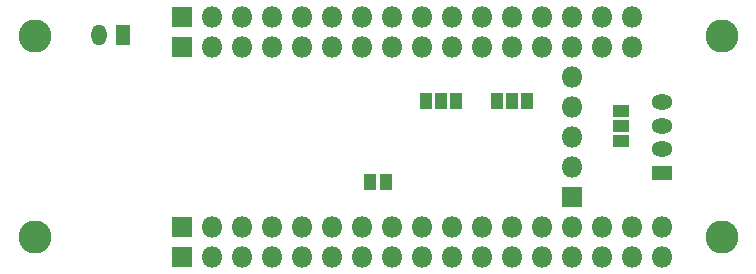
<source format=gbs>
G04 #@! TF.GenerationSoftware,KiCad,Pcbnew,(5.0.0-rc2-dev-444-g2974a2c10)*
G04 #@! TF.CreationDate,2019-11-24T19:21:20-08:00*
G04 #@! TF.ProjectId,ItsyBitsy breadboard,49747379426974737920627265616462,v02*
G04 #@! TF.SameCoordinates,Original*
G04 #@! TF.FileFunction,Soldermask,Bot*
G04 #@! TF.FilePolarity,Negative*
%FSLAX46Y46*%
G04 Gerber Fmt 4.6, Leading zero omitted, Abs format (unit mm)*
G04 Created by KiCad (PCBNEW (5.0.0-rc2-dev-444-g2974a2c10)) date 11/24/19 19:21:20*
%MOMM*%
%LPD*%
G01*
G04 APERTURE LIST*
%ADD10O,1.801600X1.801600*%
%ADD11R,1.801600X1.801600*%
%ADD12C,2.801600*%
%ADD13R,1.801600X1.301600*%
%ADD14O,1.801600X1.301600*%
%ADD15R,1.301600X1.801600*%
%ADD16O,1.301600X1.801600*%
%ADD17R,1.071600X1.371600*%
%ADD18R,1.371600X1.071600*%
G04 APERTURE END LIST*
D10*
X144780000Y-102870000D03*
X144780000Y-105410000D03*
X144780000Y-107950000D03*
X144780000Y-110490000D03*
D11*
X144780000Y-113030000D03*
X111760000Y-115570000D03*
D10*
X114300000Y-115570000D03*
X116840000Y-115570000D03*
X119380000Y-115570000D03*
X121920000Y-115570000D03*
X124460000Y-115570000D03*
X127000000Y-115570000D03*
X129540000Y-115570000D03*
X132080000Y-115570000D03*
X134620000Y-115570000D03*
X137160000Y-115570000D03*
X139700000Y-115570000D03*
X142240000Y-115570000D03*
X144780000Y-115570000D03*
X147320000Y-115570000D03*
X149860000Y-115570000D03*
X152400000Y-115570000D03*
D11*
X111760000Y-100330000D03*
D10*
X114300000Y-100330000D03*
X116840000Y-100330000D03*
X119380000Y-100330000D03*
X121920000Y-100330000D03*
X124460000Y-100330000D03*
X127000000Y-100330000D03*
X129540000Y-100330000D03*
X132080000Y-100330000D03*
X134620000Y-100330000D03*
X137160000Y-100330000D03*
X139700000Y-100330000D03*
X142240000Y-100330000D03*
X144780000Y-100330000D03*
X147320000Y-100330000D03*
X149860000Y-100330000D03*
D12*
X99314000Y-99441000D03*
X99314000Y-116459000D03*
X157480000Y-116459000D03*
D13*
X152400000Y-110998000D03*
D14*
X152400000Y-108998000D03*
X152400000Y-106998000D03*
X152400000Y-104998000D03*
D15*
X106807000Y-99314000D03*
D16*
X104807000Y-99314000D03*
D12*
X157480000Y-99441000D03*
D10*
X152400000Y-118110000D03*
X149860000Y-118110000D03*
X147320000Y-118110000D03*
X144780000Y-118110000D03*
X142240000Y-118110000D03*
X139700000Y-118110000D03*
X137160000Y-118110000D03*
X134620000Y-118110000D03*
X132080000Y-118110000D03*
X129540000Y-118110000D03*
X127000000Y-118110000D03*
X124460000Y-118110000D03*
X121920000Y-118110000D03*
X119380000Y-118110000D03*
X116840000Y-118110000D03*
X114300000Y-118110000D03*
D11*
X111760000Y-118110000D03*
D10*
X149860000Y-97790000D03*
X147320000Y-97790000D03*
X144780000Y-97790000D03*
X142240000Y-97790000D03*
X139700000Y-97790000D03*
X137160000Y-97790000D03*
X134620000Y-97790000D03*
X132080000Y-97790000D03*
X129540000Y-97790000D03*
X127000000Y-97790000D03*
X124460000Y-97790000D03*
X121920000Y-97790000D03*
X119380000Y-97790000D03*
X116840000Y-97790000D03*
X114300000Y-97790000D03*
D11*
X111760000Y-97790000D03*
D17*
X135001000Y-104902000D03*
X133731000Y-104902000D03*
X132461000Y-104902000D03*
X138430000Y-104902000D03*
X139700000Y-104902000D03*
X140970000Y-104902000D03*
X129037000Y-111760000D03*
X127757000Y-111760000D03*
D18*
X148971000Y-108331000D03*
X148971000Y-107061000D03*
X148971000Y-105791000D03*
M02*

</source>
